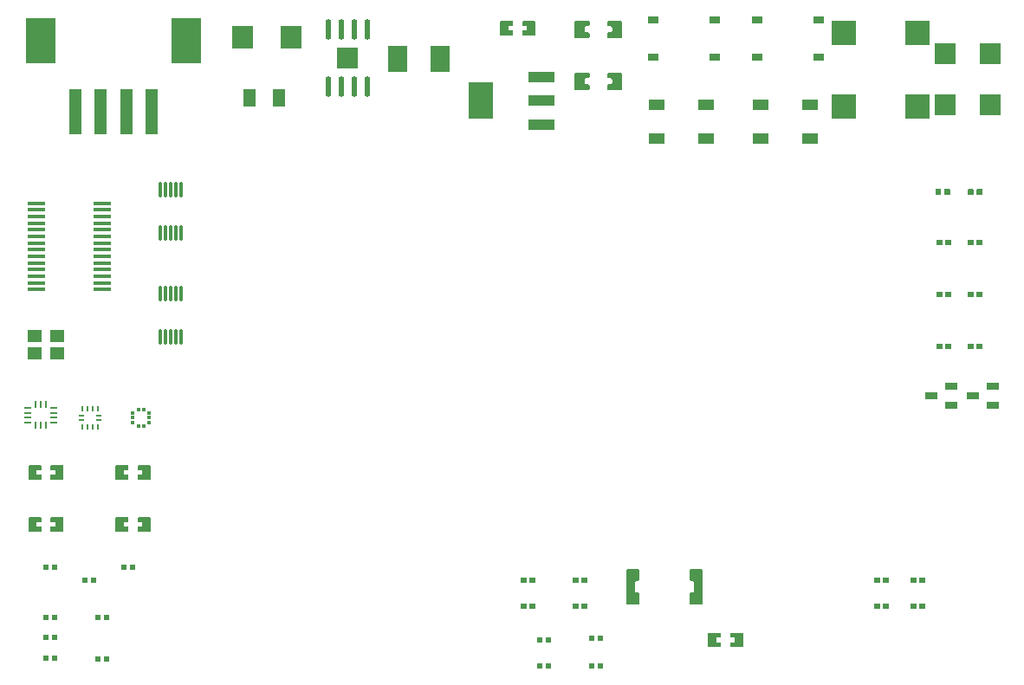
<source format=gtp>
G04 Layer: TopPasteMaskLayer*
G04 EasyEDA v6.5.51, 2026-01-30 13:44:17*
G04 92297e22193845c58655d16a6a8cf733,4a48564a065a4812aa16136ba7ac55d9,10*
G04 Gerber Generator version 0.2*
G04 Scale: 100 percent, Rotated: No, Reflected: No *
G04 Dimensions in millimeters *
G04 leading zeros omitted , absolute positions ,4 integer and 5 decimal *
%FSLAX45Y45*%
%MOMM*%

%AMMACRO1*21,1,$1,$2,0,0,$3*%
%ADD10R,2.4000X2.4000*%
%ADD11R,0.5000X0.5400*%
%ADD12R,1.3000X4.5000*%
%ADD13R,3.0000X4.5000*%
%ADD14MACRO1,2.1924X2.0475X90.0000*%
%ADD15R,2.0000X2.0000*%
%ADD16MACRO1,1.5011X0.9982X0.0000*%
%ADD17MACRO1,1.4986X0.9982X0.0000*%
%ADD18R,1.2500X0.7000*%
%ADD19R,0.0197X0.7000*%
%ADD20R,1.0000X0.7500*%
%ADD21O,1.8034X0.4064*%
%ADD22O,0.28001X1.620012*%
%ADD23R,0.6750X0.2800*%
%ADD24R,0.2800X0.6750*%
%ADD25R,0.5000X0.2800*%
%ADD26R,0.2800X0.5000*%
%ADD27R,0.3000X0.3000*%
%ADD28O,0.573989X2.037994*%
%ADD29MACRO1,2X2X90.0000*%
%ADD30R,2.5000X1.1000*%
%ADD31MACRO1,3.6X2.34X-90.0000*%
%ADD32R,1.1901X1.7280*%
%ADD33MACRO1,1.2X1.4X90.0000*%
%ADD34R,1.4000X1.2000*%
%ADD35MACRO1,1.2X1.4X-90.0000*%
%ADD36R,1.9000X2.5000*%

%LPD*%
G36*
X1066393Y9314586D02*
G01*
X1061415Y9309608D01*
X1061415Y9181592D01*
X1066393Y9176613D01*
X1181404Y9176613D01*
X1186383Y9181592D01*
X1185926Y9223603D01*
X1141882Y9223603D01*
X1141882Y9268612D01*
X1186891Y9268612D01*
X1186383Y9309608D01*
X1181404Y9314586D01*
G37*
G36*
X1282395Y9314586D02*
G01*
X1277416Y9309608D01*
X1277874Y9267596D01*
X1321917Y9267596D01*
X1321917Y9222587D01*
X1276908Y9222587D01*
X1277416Y9181592D01*
X1282395Y9176613D01*
X1397406Y9176613D01*
X1402384Y9181592D01*
X1402384Y9309608D01*
X1397406Y9314586D01*
G37*
G36*
X1917293Y9314586D02*
G01*
X1912315Y9309608D01*
X1912315Y9181592D01*
X1917293Y9176613D01*
X2032304Y9176613D01*
X2037283Y9181592D01*
X2036825Y9223603D01*
X1992782Y9223603D01*
X1992782Y9268612D01*
X2037791Y9268612D01*
X2037283Y9309608D01*
X2032304Y9314586D01*
G37*
G36*
X2133295Y9314586D02*
G01*
X2128316Y9309608D01*
X2128774Y9267596D01*
X2172817Y9267596D01*
X2172817Y9222587D01*
X2127808Y9222587D01*
X2128316Y9181592D01*
X2133295Y9176613D01*
X2248306Y9176613D01*
X2253284Y9181592D01*
X2253284Y9309608D01*
X2248306Y9314586D01*
G37*
G36*
X1066393Y8806586D02*
G01*
X1061415Y8801608D01*
X1061415Y8673592D01*
X1066393Y8668613D01*
X1181404Y8668613D01*
X1186383Y8673592D01*
X1185926Y8715603D01*
X1141882Y8715603D01*
X1141882Y8760612D01*
X1186891Y8760612D01*
X1186383Y8801608D01*
X1181404Y8806586D01*
G37*
G36*
X1282395Y8806586D02*
G01*
X1277416Y8801608D01*
X1277874Y8759596D01*
X1321917Y8759596D01*
X1321917Y8714587D01*
X1276908Y8714587D01*
X1277416Y8673592D01*
X1282395Y8668613D01*
X1397406Y8668613D01*
X1402384Y8673592D01*
X1402384Y8801608D01*
X1397406Y8806586D01*
G37*
G36*
X1917293Y8806586D02*
G01*
X1912315Y8801608D01*
X1912315Y8673592D01*
X1917293Y8668613D01*
X2032304Y8668613D01*
X2037283Y8673592D01*
X2036825Y8715603D01*
X1992782Y8715603D01*
X1992782Y8760612D01*
X2037791Y8760612D01*
X2037283Y8801608D01*
X2032304Y8806586D01*
G37*
G36*
X2133295Y8806586D02*
G01*
X2128316Y8801608D01*
X2128774Y8759596D01*
X2172817Y8759596D01*
X2172817Y8714587D01*
X2127808Y8714587D01*
X2128316Y8673592D01*
X2133295Y8668613D01*
X2248306Y8668613D01*
X2253284Y8673592D01*
X2253284Y8801608D01*
X2248306Y8806586D01*
G37*
G36*
X5676493Y13657986D02*
G01*
X5671515Y13653007D01*
X5671515Y13524992D01*
X5676493Y13520013D01*
X5791504Y13520013D01*
X5796483Y13524992D01*
X5796026Y13567003D01*
X5751982Y13567003D01*
X5751982Y13612012D01*
X5796991Y13612012D01*
X5796483Y13653007D01*
X5791504Y13657986D01*
G37*
G36*
X5892495Y13657986D02*
G01*
X5887516Y13653007D01*
X5887974Y13610996D01*
X5932017Y13610996D01*
X5932017Y13565987D01*
X5887008Y13565987D01*
X5887516Y13524992D01*
X5892495Y13520013D01*
X6007506Y13520013D01*
X6012484Y13524992D01*
X6012484Y13653007D01*
X6007506Y13657986D01*
G37*
G36*
X7708493Y7676286D02*
G01*
X7703515Y7671308D01*
X7703515Y7543292D01*
X7708493Y7538313D01*
X7823504Y7538313D01*
X7828483Y7543292D01*
X7828025Y7585303D01*
X7783982Y7585303D01*
X7783982Y7630312D01*
X7828991Y7630312D01*
X7828483Y7671308D01*
X7823504Y7676286D01*
G37*
G36*
X7924495Y7676286D02*
G01*
X7919516Y7671308D01*
X7919974Y7629296D01*
X7964017Y7629296D01*
X7964017Y7584287D01*
X7919008Y7584287D01*
X7919516Y7543292D01*
X7924495Y7538313D01*
X8039506Y7538313D01*
X8044484Y7543292D01*
X8044484Y7671308D01*
X8039506Y7676286D01*
G37*
G36*
X6724396Y13662710D02*
G01*
X6714388Y13652703D01*
X6714388Y13615669D01*
X6724396Y13605662D01*
X6754875Y13605662D01*
X6764883Y13595654D01*
X6764883Y13556945D01*
X6754875Y13546937D01*
X6724396Y13546937D01*
X6714388Y13536930D01*
X6714388Y13499896D01*
X6724396Y13489889D01*
X6852920Y13489889D01*
X6862876Y13499896D01*
X6862876Y13652703D01*
X6852920Y13662710D01*
G37*
G36*
X6405880Y13662710D02*
G01*
X6395923Y13652703D01*
X6395923Y13499896D01*
X6405880Y13489889D01*
X6534404Y13489889D01*
X6544411Y13499896D01*
X6544411Y13536930D01*
X6534404Y13546937D01*
X6503924Y13546937D01*
X6493916Y13556945D01*
X6493916Y13595654D01*
X6503924Y13605662D01*
X6534404Y13605662D01*
X6544411Y13615669D01*
X6544411Y13652703D01*
X6534404Y13662710D01*
G37*
G36*
X6724396Y13154710D02*
G01*
X6714388Y13144703D01*
X6714388Y13107669D01*
X6724396Y13097662D01*
X6754875Y13097662D01*
X6764883Y13087654D01*
X6764883Y13048945D01*
X6754875Y13038937D01*
X6724396Y13038937D01*
X6714388Y13028930D01*
X6714388Y12991896D01*
X6724396Y12981889D01*
X6852920Y12981889D01*
X6862876Y12991896D01*
X6862876Y13144703D01*
X6852920Y13154710D01*
G37*
G36*
X6405880Y13154710D02*
G01*
X6395923Y13144703D01*
X6395923Y12991896D01*
X6405880Y12981889D01*
X6534404Y12981889D01*
X6544411Y12991896D01*
X6544411Y13028930D01*
X6534404Y13038937D01*
X6503924Y13038937D01*
X6493916Y13048945D01*
X6493916Y13087654D01*
X6503924Y13097662D01*
X6534404Y13097662D01*
X6544411Y13107669D01*
X6544411Y13144703D01*
X6534404Y13154710D01*
G37*
G36*
X10012426Y12015825D02*
G01*
X10008412Y12011812D01*
X10008412Y11965787D01*
X10012426Y11961774D01*
X10062464Y11961774D01*
X10066477Y11965787D01*
X10066477Y12011812D01*
X10062464Y12015825D01*
G37*
G36*
X9927336Y12015825D02*
G01*
X9923322Y12011812D01*
X9923322Y11965787D01*
X9927336Y11961774D01*
X9977374Y11961774D01*
X9981387Y11965787D01*
X9981387Y12011812D01*
X9977374Y12015825D01*
G37*
G36*
X10329926Y12015825D02*
G01*
X10325912Y12011812D01*
X10325912Y11965787D01*
X10329926Y11961774D01*
X10379964Y11961774D01*
X10383977Y11965787D01*
X10383977Y12011812D01*
X10379964Y12015825D01*
G37*
G36*
X10244836Y12015825D02*
G01*
X10240822Y12011812D01*
X10240822Y11965787D01*
X10244836Y11961774D01*
X10294874Y11961774D01*
X10298887Y11965787D01*
X10298887Y12011812D01*
X10294874Y12015825D01*
G37*
G36*
X10025126Y11520525D02*
G01*
X10021112Y11516512D01*
X10021112Y11470487D01*
X10025126Y11466474D01*
X10075164Y11466474D01*
X10079177Y11470487D01*
X10079177Y11516512D01*
X10075164Y11520525D01*
G37*
G36*
X9940036Y11520525D02*
G01*
X9936022Y11516512D01*
X9936022Y11470487D01*
X9940036Y11466474D01*
X9990074Y11466474D01*
X9994087Y11470487D01*
X9994087Y11516512D01*
X9990074Y11520525D01*
G37*
G36*
X10329926Y11520525D02*
G01*
X10325912Y11516512D01*
X10325912Y11470487D01*
X10329926Y11466474D01*
X10379964Y11466474D01*
X10383977Y11470487D01*
X10383977Y11516512D01*
X10379964Y11520525D01*
G37*
G36*
X10244836Y11520525D02*
G01*
X10240822Y11516512D01*
X10240822Y11470487D01*
X10244836Y11466474D01*
X10294874Y11466474D01*
X10298887Y11470487D01*
X10298887Y11516512D01*
X10294874Y11520525D01*
G37*
G36*
X10025126Y11012525D02*
G01*
X10021112Y11008512D01*
X10021112Y10962487D01*
X10025126Y10958474D01*
X10075164Y10958474D01*
X10079177Y10962487D01*
X10079177Y11008512D01*
X10075164Y11012525D01*
G37*
G36*
X9940036Y11012525D02*
G01*
X9936022Y11008512D01*
X9936022Y10962487D01*
X9940036Y10958474D01*
X9990074Y10958474D01*
X9994087Y10962487D01*
X9994087Y11008512D01*
X9990074Y11012525D01*
G37*
G36*
X10329926Y11012525D02*
G01*
X10325912Y11008512D01*
X10325912Y10962487D01*
X10329926Y10958474D01*
X10379964Y10958474D01*
X10383977Y10962487D01*
X10383977Y11008512D01*
X10379964Y11012525D01*
G37*
G36*
X10244836Y11012525D02*
G01*
X10240822Y11008512D01*
X10240822Y10962487D01*
X10244836Y10958474D01*
X10294874Y10958474D01*
X10298887Y10962487D01*
X10298887Y11008512D01*
X10294874Y11012525D01*
G37*
G36*
X10025126Y10504525D02*
G01*
X10021112Y10500512D01*
X10021112Y10454487D01*
X10025126Y10450474D01*
X10075164Y10450474D01*
X10079177Y10454487D01*
X10079177Y10500512D01*
X10075164Y10504525D01*
G37*
G36*
X9940036Y10504525D02*
G01*
X9936022Y10500512D01*
X9936022Y10454487D01*
X9940036Y10450474D01*
X9990074Y10450474D01*
X9994087Y10454487D01*
X9994087Y10500512D01*
X9990074Y10504525D01*
G37*
G36*
X10329926Y10504525D02*
G01*
X10325912Y10500512D01*
X10325912Y10454487D01*
X10329926Y10450474D01*
X10379964Y10450474D01*
X10383977Y10454487D01*
X10383977Y10500512D01*
X10379964Y10504525D01*
G37*
G36*
X10244836Y10504525D02*
G01*
X10240822Y10500512D01*
X10240822Y10454487D01*
X10244836Y10450474D01*
X10294874Y10450474D01*
X10298887Y10454487D01*
X10298887Y10500512D01*
X10294874Y10504525D01*
G37*
G36*
X9415526Y8218525D02*
G01*
X9411512Y8214512D01*
X9411512Y8168487D01*
X9415526Y8164474D01*
X9465564Y8164474D01*
X9469577Y8168487D01*
X9469577Y8214512D01*
X9465564Y8218525D01*
G37*
G36*
X9330436Y8218525D02*
G01*
X9326422Y8214512D01*
X9326422Y8168487D01*
X9330436Y8164474D01*
X9380474Y8164474D01*
X9384487Y8168487D01*
X9384487Y8214512D01*
X9380474Y8218525D01*
G37*
G36*
X9415526Y7964525D02*
G01*
X9411512Y7960512D01*
X9411512Y7914487D01*
X9415526Y7910474D01*
X9465564Y7910474D01*
X9469577Y7914487D01*
X9469577Y7960512D01*
X9465564Y7964525D01*
G37*
G36*
X9330436Y7964525D02*
G01*
X9326422Y7960512D01*
X9326422Y7914487D01*
X9330436Y7910474D01*
X9380474Y7910474D01*
X9384487Y7914487D01*
X9384487Y7960512D01*
X9380474Y7964525D01*
G37*
G36*
X9771126Y8218525D02*
G01*
X9767112Y8214512D01*
X9767112Y8168487D01*
X9771126Y8164474D01*
X9821164Y8164474D01*
X9825177Y8168487D01*
X9825177Y8214512D01*
X9821164Y8218525D01*
G37*
G36*
X9686036Y8218525D02*
G01*
X9682022Y8214512D01*
X9682022Y8168487D01*
X9686036Y8164474D01*
X9736074Y8164474D01*
X9740087Y8168487D01*
X9740087Y8214512D01*
X9736074Y8218525D01*
G37*
G36*
X9771126Y7964525D02*
G01*
X9767112Y7960512D01*
X9767112Y7914487D01*
X9771126Y7910474D01*
X9821164Y7910474D01*
X9825177Y7914487D01*
X9825177Y7960512D01*
X9821164Y7964525D01*
G37*
G36*
X9686036Y7964525D02*
G01*
X9682022Y7960512D01*
X9682022Y7914487D01*
X9686036Y7910474D01*
X9736074Y7910474D01*
X9740087Y7914487D01*
X9740087Y7960512D01*
X9736074Y7964525D01*
G37*
G36*
X5961126Y8218525D02*
G01*
X5957112Y8214512D01*
X5957112Y8168487D01*
X5961126Y8164474D01*
X6011164Y8164474D01*
X6015177Y8168487D01*
X6015177Y8214512D01*
X6011164Y8218525D01*
G37*
G36*
X5876036Y8218525D02*
G01*
X5872022Y8214512D01*
X5872022Y8168487D01*
X5876036Y8164474D01*
X5926074Y8164474D01*
X5930087Y8168487D01*
X5930087Y8214512D01*
X5926074Y8218525D01*
G37*
G36*
X6469126Y8218525D02*
G01*
X6465112Y8214512D01*
X6465112Y8168487D01*
X6469126Y8164474D01*
X6519164Y8164474D01*
X6523177Y8168487D01*
X6523177Y8214512D01*
X6519164Y8218525D01*
G37*
G36*
X6384036Y8218525D02*
G01*
X6380022Y8214512D01*
X6380022Y8168487D01*
X6384036Y8164474D01*
X6434074Y8164474D01*
X6438087Y8168487D01*
X6438087Y8214512D01*
X6434074Y8218525D01*
G37*
G36*
X5961126Y7964525D02*
G01*
X5957112Y7960512D01*
X5957112Y7914487D01*
X5961126Y7910474D01*
X6011164Y7910474D01*
X6015177Y7914487D01*
X6015177Y7960512D01*
X6011164Y7964525D01*
G37*
G36*
X5876036Y7964525D02*
G01*
X5872022Y7960512D01*
X5872022Y7914487D01*
X5876036Y7910474D01*
X5926074Y7910474D01*
X5930087Y7914487D01*
X5930087Y7960512D01*
X5926074Y7964525D01*
G37*
G36*
X6469126Y7964525D02*
G01*
X6465112Y7960512D01*
X6465112Y7914487D01*
X6469126Y7910474D01*
X6519164Y7910474D01*
X6523177Y7914487D01*
X6523177Y7960512D01*
X6519164Y7964525D01*
G37*
G36*
X6384036Y7964525D02*
G01*
X6380022Y7960512D01*
X6380022Y7914487D01*
X6384036Y7910474D01*
X6434074Y7910474D01*
X6438087Y7914487D01*
X6438087Y7960512D01*
X6434074Y7964525D01*
G37*
G36*
X7529575Y8300821D02*
G01*
X7519619Y8290814D01*
X7519619Y8196732D01*
X7529575Y8186775D01*
X7553198Y8186775D01*
X7563205Y8176768D01*
X7563205Y8079231D01*
X7553198Y8069224D01*
X7529575Y8069224D01*
X7519619Y8059267D01*
X7519619Y7965186D01*
X7529575Y7955178D01*
X7637830Y7955178D01*
X7647838Y7965186D01*
X7647838Y8290814D01*
X7637830Y8300821D01*
G37*
G36*
X6916369Y8300821D02*
G01*
X6906361Y8290814D01*
X6906361Y7965186D01*
X6916369Y7955178D01*
X7024624Y7955178D01*
X7034580Y7965186D01*
X7034580Y8059267D01*
X7024624Y8069224D01*
X7001002Y8069224D01*
X6990994Y8079231D01*
X6990994Y8176768D01*
X7001002Y8186775D01*
X7024624Y8186775D01*
X7034580Y8196732D01*
X7034580Y8290814D01*
X7024624Y8300821D01*
G37*
D10*
G01*
X9025318Y12822605D03*
G01*
X9745281Y12822605D03*
G01*
X9745256Y13542568D03*
G01*
X9025318Y13542594D03*
D11*
G01*
X1312011Y8318500D03*
G01*
X1227988Y8318500D03*
G01*
X2074011Y8318500D03*
G01*
X1989988Y8318500D03*
G01*
X1693011Y8191500D03*
G01*
X1608988Y8191500D03*
G01*
X1312011Y7823200D03*
G01*
X1227988Y7823200D03*
G01*
X1312011Y7632700D03*
G01*
X1227988Y7632700D03*
G01*
X1312011Y7429500D03*
G01*
X1227988Y7429500D03*
G01*
X1820011Y7823200D03*
G01*
X1735988Y7823200D03*
G01*
X1820011Y7416800D03*
G01*
X1735988Y7416800D03*
G01*
X6138011Y7607300D03*
G01*
X6053988Y7607300D03*
G01*
X6646011Y7620000D03*
G01*
X6561988Y7620000D03*
G01*
X6138011Y7353300D03*
G01*
X6053988Y7353300D03*
G01*
X6646011Y7353300D03*
G01*
X6561988Y7353300D03*
D12*
G01*
X2267305Y12769100D03*
G01*
X2017293Y12769100D03*
G01*
X1767306Y12769100D03*
G01*
X1517294Y12769100D03*
D13*
G01*
X1182293Y13469099D03*
G01*
X2602306Y13469099D03*
D14*
G01*
X3626975Y13500100D03*
G01*
X3154824Y13500100D03*
D15*
G01*
X10456189Y13335000D03*
G01*
X10016210Y13335000D03*
G01*
X10456189Y12839700D03*
G01*
X10016210Y12839700D03*
D16*
G01*
X7687205Y12839595D03*
G01*
X7687205Y12509593D03*
D17*
G01*
X7197204Y12509593D03*
G01*
X7197204Y12839595D03*
D16*
G01*
X8703205Y12839595D03*
G01*
X8703205Y12509593D03*
D17*
G01*
X8213204Y12509593D03*
G01*
X8213204Y12839595D03*
D18*
G01*
X10082199Y9899904D03*
G01*
X10082199Y10089895D03*
G01*
X9882200Y9994900D03*
G01*
X10488599Y9899904D03*
G01*
X10488599Y10089895D03*
G01*
X10288600Y9994900D03*
D20*
G01*
X7167600Y13672388D03*
G01*
X7767599Y13672388D03*
G01*
X7167600Y13302411D03*
G01*
X7767599Y13302411D03*
G01*
X8183600Y13672388D03*
G01*
X8783599Y13672388D03*
G01*
X8183600Y13302411D03*
G01*
X8783599Y13302411D03*
D21*
G01*
X1140510Y11877916D03*
G01*
X1140510Y11812917D03*
G01*
X1140510Y11747893D03*
G01*
X1140510Y11682895D03*
G01*
X1140510Y11617896D03*
G01*
X1140510Y11552897D03*
G01*
X1140510Y11487899D03*
G01*
X1140510Y11422900D03*
G01*
X1140510Y11357902D03*
G01*
X1140510Y11292903D03*
G01*
X1140510Y11227904D03*
G01*
X1140510Y11162906D03*
G01*
X1140510Y11097907D03*
G01*
X1140510Y11032883D03*
G01*
X1780489Y11032883D03*
G01*
X1780489Y11097907D03*
G01*
X1780489Y11162906D03*
G01*
X1780489Y11227904D03*
G01*
X1780489Y11292903D03*
G01*
X1780489Y11357902D03*
G01*
X1780489Y11422900D03*
G01*
X1780489Y11487899D03*
G01*
X1780489Y11552897D03*
G01*
X1780489Y11617896D03*
G01*
X1780489Y11682895D03*
G01*
X1780489Y11747893D03*
G01*
X1780489Y11812892D03*
G01*
X1780489Y11877890D03*
D22*
G01*
X2351100Y11587302D03*
G01*
X2401112Y11587302D03*
G01*
X2451100Y11587302D03*
G01*
X2501112Y11587302D03*
G01*
X2551099Y11587302D03*
G01*
X2351100Y12009297D03*
G01*
X2401112Y12009297D03*
G01*
X2451100Y12009297D03*
G01*
X2501112Y12009297D03*
G01*
X2551099Y12009297D03*
G01*
X2351100Y10571302D03*
G01*
X2401112Y10571302D03*
G01*
X2451100Y10571302D03*
G01*
X2501112Y10571302D03*
G01*
X2551099Y10571302D03*
G01*
X2351100Y10993297D03*
G01*
X2401112Y10993297D03*
G01*
X2451100Y10993297D03*
G01*
X2501112Y10993297D03*
G01*
X2551099Y10993297D03*
D23*
G01*
X1054900Y9879406D03*
G01*
X1054900Y9829393D03*
G01*
X1054900Y9779406D03*
G01*
X1054900Y9729393D03*
D24*
G01*
X1131100Y9703155D03*
G01*
X1181087Y9703155D03*
G01*
X1231099Y9703155D03*
D23*
G01*
X1307299Y9729393D03*
G01*
X1307299Y9779406D03*
G01*
X1307299Y9829393D03*
G01*
X1307299Y9879406D03*
D24*
G01*
X1231099Y9905644D03*
G01*
X1181087Y9905644D03*
G01*
X1131100Y9905644D03*
D25*
G01*
X1576196Y9754006D03*
G01*
X1576196Y9803993D03*
D26*
G01*
X1588693Y9866503D03*
G01*
X1638706Y9866503D03*
G01*
X1688693Y9866503D03*
G01*
X1738706Y9866503D03*
D25*
G01*
X1751203Y9803993D03*
G01*
X1751203Y9754006D03*
D26*
G01*
X1738706Y9691496D03*
G01*
X1688693Y9691496D03*
G01*
X1638706Y9691496D03*
G01*
X1588693Y9691496D03*
D27*
G01*
X2237003Y9828987D03*
G01*
X2237003Y9779000D03*
G01*
X2237003Y9728987D03*
G01*
X2183993Y9700996D03*
G01*
X2134006Y9700996D03*
G01*
X2080996Y9728987D03*
G01*
X2080996Y9779000D03*
G01*
X2080996Y9828987D03*
G01*
X2134006Y9857003D03*
G01*
X2183993Y9857003D03*
D28*
G01*
X3987800Y13019989D03*
G01*
X4114800Y13019989D03*
G01*
X4241800Y13019989D03*
G01*
X4368800Y13019989D03*
G01*
X3987800Y13573810D03*
G01*
X4114800Y13573810D03*
G01*
X4241800Y13573810D03*
G01*
X4368800Y13573810D03*
D29*
G01*
X4178300Y13296900D03*
D30*
G01*
X6075481Y12647803D03*
G01*
X6075481Y12877800D03*
G01*
X6075481Y13107796D03*
D31*
G01*
X5481497Y12877800D03*
D32*
G01*
X3220999Y12903200D03*
G01*
X3510000Y12903200D03*
D33*
G01*
X1121900Y10405211D03*
G01*
X1341899Y10405211D03*
D34*
G01*
X1341907Y10575201D03*
D35*
G01*
X1121900Y10575213D03*
D36*
G01*
X5081803Y13284200D03*
G01*
X4671796Y13284200D03*
M02*

</source>
